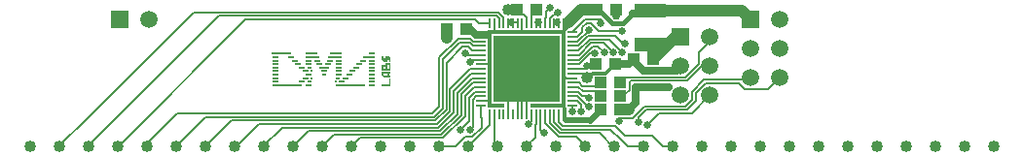
<source format=gbr>
G04 DipTrace 3.0.0.2*
G04 Top.gbr*
%MOIN*%
G04 #@! TF.FileFunction,Copper,L1,Top*
G04 #@! TF.Part,Single*
%AMOUTLINE0*
4,1,15,
-0.083,-0.126,
-0.076,-0.126,
-0.076,-0.13278,
-0.13278,-0.13278,
-0.13278,0.13278,
0.13278,0.13278,
0.13278,-0.13278,
0.012,-0.13278,
0.012,-0.120199,
0.120199,-0.120199,
0.120199,0.120199,
-0.120199,0.120199,
-0.120199,-0.120199,
-0.076,-0.120199,
-0.076,-0.126,
-0.083,-0.126,
0*%
%AMOUTLINE3*
4,1,6,
0.015,-0.012,
0.015,0.012,
0.009,0.012,
0.009,-0.006,
-0.015,-0.006,
-0.015,-0.012,
0.015,-0.012,
0*%
%AMOUTLINE6*
4,1,14,
0.015,-0.009,
0.015,-0.003,
-0.009,-0.003,
-0.009,0.003,
0.003,0.003,
0.003,-0.003,
0.009,-0.003,
0.009,0.003,
0.015,0.003,
0.015,0.009,
-0.015,0.009,
-0.015,-0.003,
-0.009,-0.009,
-0.003,-0.009,
0.015,-0.009,
0*%
%AMOUTLINE9*
4,1,18,
0.015,-0.012,
0.015,0.012,
-0.003,0.012,
-0.003,0.006,
-0.015,0.006,
-0.015,-0.012,
-0.009,-0.012,
-0.009,0.0,
-0.003,0.0,
-0.003,-0.006,
-0.009,-0.006,
-0.009,-0.012,
0.003,-0.012,
0.003,0.006,
0.009,0.006,
0.009,-0.006,
0.003,-0.006,
0.003,-0.012,
0.015,-0.012,
0*%
%AMOUTLINE12*
4,1,14,
0.015,-0.009,
0.015,0.003,
0.009,0.009,
-0.003,0.009,
-0.003,-0.003,
-0.009,0.003,
-0.009,0.009,
-0.015,0.009,
-0.015,-0.003,
-0.009,-0.009,
0.003,-0.009,
0.003,0.003,
0.009,-0.003,
0.009,-0.009,
0.015,-0.009,
0*%
G04 #@! TA.AperFunction,Conductor*
%ADD13C,0.008*%
%ADD14C,0.007874*%
G04 #@! TA.AperFunction,ViaPad*
%ADD15C,0.025*%
G04 #@! TA.AperFunction,Conductor*
%ADD16C,0.03937*%
G04 #@! TA.AperFunction,ViaPad*
%ADD17C,0.04*%
G04 #@! TA.AperFunction,Conductor*
%ADD18C,0.01*%
%ADD19C,0.015*%
%ADD20C,0.006*%
%ADD21C,0.022*%
%ADD22C,0.021*%
%ADD23C,0.012*%
%ADD24C,0.028*%
G04 #@! TA.AperFunction,ComponentPad*
%ADD25C,0.04*%
%ADD28R,0.007874X0.033465*%
%ADD29R,0.033465X0.007874*%
%ADD30R,0.228346X0.228346*%
%ADD31R,0.043307X0.03937*%
%ADD32R,0.106299X0.045276*%
G04 #@! TA.AperFunction,ComponentPad*
%ADD33R,0.059055X0.059055*%
%ADD34C,0.059055*%
%ADD35R,0.102X0.006*%
%ADD36R,0.024X0.006*%
%ADD37R,0.066X0.006*%
%ADD38R,0.048X0.006*%
%ADD39R,0.042X0.006*%
%ADD40R,0.036X0.006*%
%ADD41R,0.018X0.006*%
%ADD42R,0.006X0.006*%
G04 #@! TA.AperFunction,ViaPad*
%ADD45C,0.03*%
%ADD87OUTLINE0*%
%ADD90OUTLINE3*%
%ADD93OUTLINE6*%
%ADD96OUTLINE9*%
%ADD99OUTLINE12*%
%FSLAX26Y26*%
G04*
G70*
G90*
G75*
G01*
G04 Top*
%LPD*%
X1984189Y728420D2*
D13*
X2013701D1*
Y602436D1*
D14*
X2012701D1*
X1984189D1*
Y838656D2*
D13*
X2013701D1*
Y822908D1*
D14*
X1984189D1*
X2029465Y868184D2*
D13*
Y839672D1*
X2013701Y838656D1*
X2123953Y868184D2*
Y839672D1*
X2029465D1*
X2265685Y868184D2*
Y846150D1*
Y839672D1*
X2123953D1*
X2295213Y681176D2*
X2275138D1*
X2265685D1*
D14*
Y581918D1*
Y557160D1*
X1933630Y849672D2*
D15*
X1945701D1*
X1964701Y830672D1*
X2005701D1*
D13*
Y820672D1*
X2013701Y812672D1*
Y732672D1*
X2009449Y728420D1*
X1984189D1*
Y838656D2*
X1944646D1*
X1933630Y849672D1*
X1984189Y822908D2*
X1960394D1*
X1933630Y849672D1*
X2379701Y916672D2*
D16*
X2326701D1*
D17*
X2282701Y872672D1*
D13*
X2270173D1*
D14*
X2265685Y868184D1*
X2282701Y872672D2*
D13*
Y863166D1*
D18*
X2265685Y846150D1*
X2379701Y916672D2*
D15*
X2359701D1*
D19*
X2348701Y905672D1*
X2395701D1*
X2432701Y868672D1*
X2468701D1*
X2503701Y903672D1*
D15*
X2551591D1*
X2561701Y913782D1*
X2056701Y586672D2*
D13*
X2015701D1*
X2012701Y589672D1*
Y602436D1*
X2561701Y913782D2*
D17*
X2876591D1*
X2907701Y882672D1*
X2265685Y868184D2*
D20*
Y690629D1*
X2275138Y681176D1*
X2392701Y572672D2*
D21*
X2355701Y535672D1*
D22*
X2271701D1*
D14*
Y557160D1*
X2265685D1*
X2271701D2*
D20*
Y575902D1*
X2265685Y581918D1*
X1984189Y759916D2*
D13*
X1930701D1*
Y766672D1*
X2345701Y722672D2*
D14*
Y712672D1*
X2295213D1*
X2374772Y728672D2*
D13*
Y723672D1*
X2345701D1*
Y722672D1*
X2108205Y557160D2*
Y681176D1*
X2139701Y712672D1*
X2123953Y557160D2*
Y696924D1*
X2139701Y712672D1*
Y557160D2*
Y687672D1*
X2141701Y689672D1*
X2076709Y557160D2*
Y649680D1*
X2139701Y712672D1*
X2038701Y611672D2*
X2063701D1*
X2141701Y689672D1*
X2295213Y696924D2*
X2334701D1*
Y681672D1*
X2345701D1*
X2344701Y682672D1*
X2178701Y872672D2*
X2175685D1*
D14*
X2171197Y868184D1*
X2178701Y872672D2*
D13*
X2182457D1*
D14*
X2186945Y868184D1*
X2084701Y872672D2*
D13*
X2081197D1*
D14*
X2076709Y868184D1*
X2084701Y872672D2*
D13*
X2087969D1*
D14*
X2092457Y868184D1*
X2234189D2*
X2238213D1*
D13*
X2242701Y872672D1*
X2245449D1*
D14*
X2249937Y868184D1*
X1984189Y744168D2*
D13*
X1947701D1*
Y735672D1*
X2141701Y773672D2*
Y689672D1*
X2075701Y915672D2*
X2106701D1*
X2139701Y868184D2*
D14*
Y889672D1*
D13*
X2129701Y899672D1*
X2122701D1*
X2106701Y915672D1*
X2084701Y872672D2*
X2103717D1*
D14*
X2108205Y868184D1*
X1866701Y849672D2*
D16*
Y820672D1*
X2446630Y916672D2*
D15*
Y897672D1*
X2344701Y682672D2*
D23*
X2351701D1*
X2365701Y696672D1*
X2409701D1*
X2441701Y728672D1*
D15*
X2488701D1*
X2506701Y746672D1*
X2500701D1*
D24*
X2540701Y706672D1*
X2651701D1*
D15*
X2667701Y722672D1*
X2459630Y572672D2*
D16*
X2490701D1*
X2627701Y649672D2*
D15*
X2513701D1*
Y595672D1*
X2490701Y572672D1*
X2155449Y868184D2*
D13*
Y897491D1*
X2173630Y915672D1*
X2295213Y649680D2*
D20*
X2317693D1*
X2331701Y635672D1*
X2375772D1*
X2392772Y618672D1*
X2295213Y665428D2*
X2318945D1*
X2330701Y653672D1*
X2382772D1*
X2393772Y664672D1*
X2767701Y822672D2*
Y807672D1*
X2729701Y769672D1*
Y729672D1*
X2683701Y683672D1*
X2479701D1*
X2460701Y664672D1*
X2767701Y722672D2*
X2740701D1*
X2689701Y671672D1*
X2497701D1*
X2491701Y665672D1*
Y640672D1*
X2476701Y625672D1*
X2466701D1*
X2459701Y618672D1*
X2316441Y633932D2*
X2295213D1*
X2316441D2*
X2330701Y619672D1*
X2345701D1*
X2351701Y613672D1*
X2456701Y533672D2*
Y541672D1*
X2501701D1*
X2543701Y583672D1*
X2683701D1*
X2706701Y606672D1*
Y633672D1*
X2747701Y674672D1*
X2907701D1*
Y682672D1*
X2295213Y618184D2*
X2314189D1*
X2351701Y580672D1*
Y582672D1*
X2522701Y528701D2*
Y530701D1*
X2523701D1*
Y546672D1*
X2548701Y571672D1*
X2689701D1*
X2720701Y602672D1*
Y630672D1*
X2751701Y661672D1*
X2865701D1*
X2884701Y642672D1*
X2967701D1*
X3007701Y682672D1*
X2218441Y868184D2*
Y886412D1*
X2232701Y900672D1*
X2241701D1*
X2247701Y906672D1*
X2202693Y868184D2*
Y887664D1*
X2204701Y889672D1*
Y909672D1*
X2218701Y923672D1*
X2155449Y557160D2*
Y531420D1*
X2145701Y521672D1*
X2553701Y520701D2*
X2592672Y559672D1*
X2704701D1*
X2767701Y622672D1*
X2573630Y746672D2*
D16*
Y783743D1*
D17*
X2561701Y795672D1*
X2667701Y822672D2*
X2649630D1*
X2601692Y774734D1*
D16*
X2573630Y746672D1*
X2013717Y557160D2*
D20*
Y520717D1*
X1938701Y445701D1*
X1939701D1*
X2029465Y557160D2*
Y450436D1*
X2039701Y460672D1*
Y445701D1*
X2171197Y557160D2*
Y522176D1*
X2170701Y522672D1*
Y477701D1*
X2137701Y444701D1*
X2139701D1*
Y445701D1*
X2186945Y557160D2*
Y504457D1*
X2199701Y491701D1*
X2202693Y557160D2*
Y524680D1*
X2248672Y478701D1*
X2310701D1*
X2341701Y447701D1*
Y445701D1*
X2339701D1*
X2218441Y557160D2*
Y526932D1*
X2253701Y491672D1*
X2389730D1*
X2440701Y440701D1*
Y445701D1*
X2439701D1*
X2234189Y557160D2*
Y528184D1*
X2258701Y503672D1*
X2427730D1*
X2462701Y468701D1*
X2461701D1*
X2484701Y445701D1*
X2539701D1*
X2249937Y557160D2*
Y529436D1*
X2263701Y515672D1*
X2443730D1*
X2475701Y483701D1*
X2569701D1*
X2605701Y447701D1*
X2629701D1*
X2639701Y457701D1*
Y445701D1*
X2295213Y586688D2*
Y565184D1*
X2294701Y564672D1*
X2295213Y602436D2*
X2312937D1*
X2325701Y589672D1*
Y564672D1*
X2295213Y728420D2*
X2320449D1*
X2360701Y768672D1*
X2372701D1*
X2373701Y767672D1*
X2295213Y744168D2*
X2319197D1*
X2364701Y789672D1*
X2383701D1*
X2404701Y768672D1*
X2295213Y759916D2*
X2317945D1*
X2359701Y801672D1*
X2403701D1*
X2435701Y769672D1*
Y768672D1*
X2295213Y775664D2*
X2316693D1*
X2354701Y813672D1*
X2421701D1*
X2471701Y763672D1*
Y774672D1*
X2466701Y769672D1*
X2295213Y791412D2*
X2315441D1*
X2349701Y825672D1*
X2443701D1*
X2473701Y795672D1*
X2474701D1*
X2477701Y798672D1*
X2295213Y807160D2*
X2314189D1*
X2354701Y847672D1*
X2352701D1*
X2295213Y822908D2*
X2312937D1*
X2328701Y838672D1*
Y854672D1*
X2344701Y870672D1*
X2360701D1*
X2387701Y843672D1*
X2466701D1*
Y842672D1*
X2295213Y838656D2*
X2339229Y882672D1*
X2391701D1*
X2400701Y873672D1*
Y868672D1*
X2393701D1*
X1984189Y586688D2*
Y547184D1*
X1984701Y546672D1*
Y509701D1*
X1953701Y478701D1*
X1930701D1*
X1897701Y445701D1*
X1839701D1*
X1984189Y618184D2*
X1966213D1*
X1955701Y607672D1*
Y512701D1*
X1946701Y503701D1*
X1984189Y633932D2*
X1962961D1*
X1942701Y613672D1*
Y532701D1*
X1913701Y503701D1*
X1984189Y649680D2*
X1958709D1*
X1928701Y619672D1*
Y550701D1*
X1852701Y474701D1*
X1568701D1*
X1539701Y445701D1*
X1984189Y665428D2*
X1955457D1*
X1914701Y624672D1*
Y553701D1*
X1847701Y486701D1*
X1480701D1*
X1439701Y445701D1*
X1984189Y681176D2*
X1954205D1*
X1901701Y628672D1*
Y557701D1*
X1842701Y498701D1*
X1393701D1*
X1340701Y445701D1*
X1339701D1*
X1984189Y696924D2*
X1950953D1*
X1889701Y635672D1*
Y562701D1*
X1837701Y510701D1*
X1302701D1*
X1237701Y445701D1*
X1239701D1*
X1984189Y712672D2*
X1946701D1*
X1877701Y643672D1*
Y567701D1*
X1832701Y522701D1*
X1223701D1*
X1146701Y445701D1*
X1139701D1*
X1984189Y775664D2*
X1953709D1*
X1940701Y788672D1*
X1920701D1*
X1865701Y733672D1*
Y572701D1*
X1827701Y534701D1*
X1128701D1*
X1039701Y445701D1*
X1984189Y791412D2*
X1955961D1*
X1944701Y802672D1*
X1909701D1*
X1852701Y745672D1*
Y576701D1*
X1822701Y546701D1*
X1039701D1*
X938701Y445701D1*
X939701D1*
X1984189Y807160D2*
X1957213D1*
X1947701Y816672D1*
X1904701D1*
X1840701Y752672D1*
Y581701D1*
X1817701Y558701D1*
X943701D1*
X829701Y444701D1*
X839701D1*
Y445701D1*
X2013717Y868184D2*
X1977189D1*
X1963672Y881701D1*
X1177701D1*
X741701Y445701D1*
X739701D1*
X639701D2*
X637701Y447701D1*
X1084672Y894672D1*
X2037701D1*
X2044701Y887672D1*
Y868696D1*
X2045213Y868184D1*
X2060961D2*
Y888412D1*
X2041672Y907701D1*
X1000701D1*
X638701Y545701D1*
Y546701D1*
X537701Y445701D1*
X539701D1*
D15*
X1930701Y766672D3*
X2345701Y722672D3*
D3*
D17*
X2344701Y682672D3*
D15*
X1947701Y735672D3*
D17*
X1866701Y820672D3*
D45*
X2446630Y897672D3*
D17*
X2490701Y572672D3*
X2344701Y682672D3*
X1866701Y820672D3*
D45*
X2446630Y897672D3*
D15*
X2351701Y613672D3*
X2456701Y533672D3*
X2351701Y582672D3*
X2522701Y528701D3*
X2247701Y906672D3*
X2218701Y923672D3*
X2145701Y521672D3*
X2553701Y520701D3*
X2199701Y491701D3*
X1946701Y503701D3*
X1913701D3*
X2242701Y872672D3*
X2373701Y767672D3*
X2404701Y768672D3*
X2435701D3*
X2466701Y769672D3*
X2477701Y798672D3*
X2352701Y847672D3*
X2466701Y842672D3*
X2393701Y868672D3*
X2040701Y812672D3*
X2038701Y611672D3*
X2238701Y613672D3*
Y811672D3*
X2141701Y689672D3*
Y773672D3*
X2084701Y872672D3*
X2178701D3*
D17*
X2075701Y915672D3*
D15*
X2294701Y564672D3*
X2325701D3*
D25*
X3739701Y445701D3*
X3639701D3*
X3539701D3*
X3439701D3*
X3339701D3*
X3239701D3*
X3139701D3*
X3039701D3*
X2939701D3*
X2839701D3*
X2739701D3*
X2639701D3*
X2539701D3*
X2439701D3*
X2339701D3*
X2239701D3*
X2139701D3*
X2039701D3*
X1939701D3*
X1839701D3*
X1739701D3*
X1639701D3*
X1539701D3*
X1439701D3*
X1339701D3*
X1239701D3*
X1139701D3*
X1039701D3*
X939701D3*
X839701D3*
X739701D3*
X639701D3*
X539701D3*
X439701D3*
D28*
X2013717Y557160D3*
X2029465D3*
X2045213D3*
X2060961D3*
X2076709D3*
X2092457D3*
X2108205D3*
X2123953D3*
X2139701D3*
X2155449D3*
X2171197D3*
X2186945D3*
X2202693D3*
X2218441D3*
X2234189D3*
X2249937D3*
X2265685D3*
D29*
X2295213Y586688D3*
Y602436D3*
Y618184D3*
Y633932D3*
Y649680D3*
Y665428D3*
Y681176D3*
Y696924D3*
Y712672D3*
Y728420D3*
Y744168D3*
Y759916D3*
Y775664D3*
Y791412D3*
Y807160D3*
Y822908D3*
Y838656D3*
D28*
X2265685Y868184D3*
X2249937D3*
X2234189D3*
X2218441D3*
X2202693D3*
X2186945D3*
X2171197D3*
X2155449D3*
X2139701D3*
X2123953D3*
X2108205D3*
X2092457D3*
X2076709D3*
X2060961D3*
X2045213D3*
X2029465D3*
X2013717D3*
D29*
X1984189Y838656D3*
Y822908D3*
Y807160D3*
Y791412D3*
Y775664D3*
Y759916D3*
Y744168D3*
Y728420D3*
Y712672D3*
Y696924D3*
Y681176D3*
Y665428D3*
Y649680D3*
Y633932D3*
Y618184D3*
Y602436D3*
Y586688D3*
D30*
X2139701Y712672D3*
D87*
D3*
D31*
X2106701Y915672D3*
X2173630D3*
X2441701Y728672D3*
X2374772D3*
X2459701Y618672D3*
X2392772D3*
X2460701Y664672D3*
X2393772D3*
X1866701Y849672D3*
X1933630D3*
X2379701Y916672D3*
X2446630D3*
X2506701Y746672D3*
X2573630D3*
D32*
X2561701Y795672D3*
Y913782D3*
D33*
X2907701Y882672D3*
D34*
X3007701D3*
X2907701Y782672D3*
X3007701D3*
X2907701Y682672D3*
X3007701D3*
D33*
X2667701Y822672D3*
D34*
X2767701D3*
X2667701Y722672D3*
X2767701D3*
X2667701Y622672D3*
X2767701D3*
D33*
X745701Y882701D3*
D34*
X845701D3*
D31*
X2392701Y572672D3*
X2459630D3*
D35*
X1318701Y656701D3*
D36*
X1279701Y668701D3*
Y704701D3*
Y716701D3*
Y680701D3*
Y692701D3*
Y728701D3*
Y740701D3*
X1345701D3*
X1357701Y728701D3*
X1279701Y752701D3*
D37*
X1300701Y764701D3*
D36*
X1369701Y716701D3*
X1381701Y704701D3*
X1393701Y692701D3*
X1381701Y680701D3*
X1369701Y668701D3*
X1393701Y656701D3*
Y728701D3*
Y740701D3*
D38*
X1405701Y752701D3*
D39*
X1402701Y764701D3*
D36*
X1423701Y740701D3*
X1429701Y728701D3*
D40*
X1444701Y716701D3*
D36*
X1495701Y728701D3*
Y740701D3*
D39*
X1486701Y764701D3*
D38*
X1483701Y752701D3*
D36*
X1444701Y704701D3*
X1459701Y728701D3*
X1465701Y740701D3*
D41*
X1444701Y692701D3*
D36*
X1519701Y680701D3*
X1531701Y692701D3*
X1543701Y704701D3*
X1555701Y716701D3*
D35*
X1534701Y656701D3*
D36*
X1507701Y668701D3*
X1609701Y656701D3*
Y668701D3*
Y704701D3*
Y716701D3*
Y680701D3*
Y692701D3*
Y728701D3*
Y740701D3*
X1495701Y716701D3*
X1609701Y764701D3*
X1579701Y740701D3*
X1567701Y728701D3*
D39*
X1600701Y752701D3*
D36*
X1495701Y704701D3*
Y692701D3*
D41*
X1492701Y680701D3*
D42*
X1486701Y668701D3*
D36*
X1333701Y752701D3*
D42*
X1402701Y680701D3*
D41*
X1396701Y668701D3*
Y716701D3*
D42*
X1402701Y704701D3*
D90*
X1660701Y665701D3*
D93*
Y692701D3*
D96*
Y719701D3*
D99*
Y746701D3*
M02*

</source>
